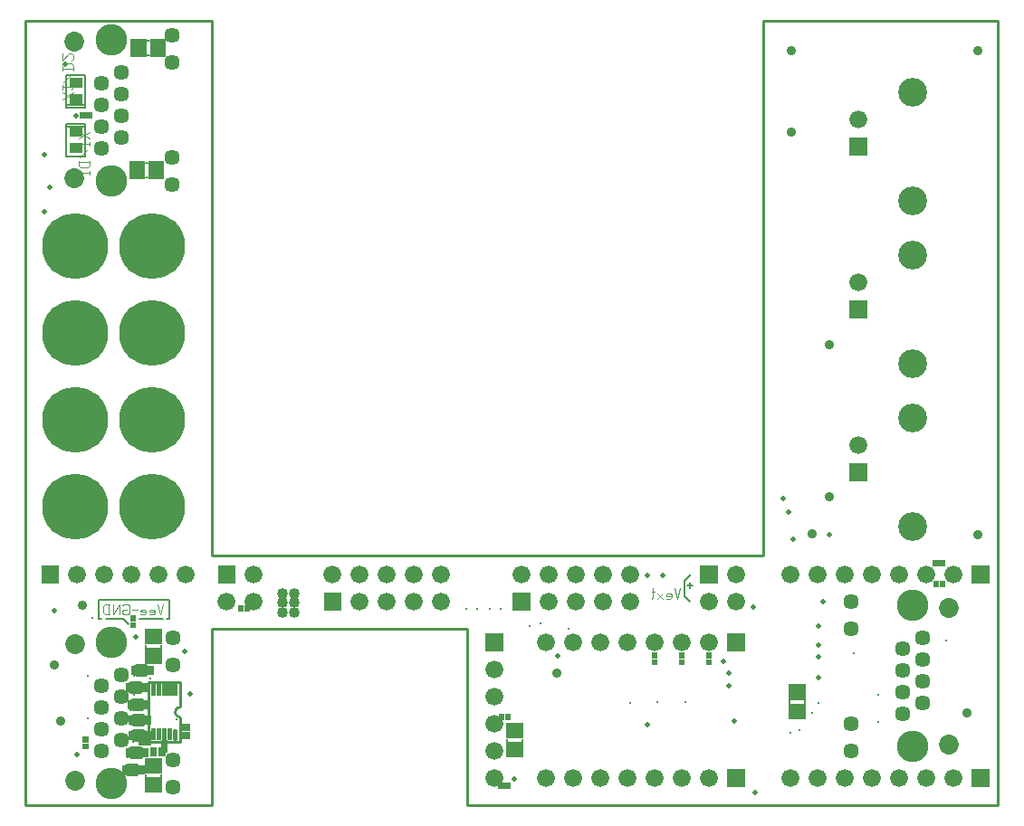
<source format=gbr>
G04 This is an RS-274x file exported by *
G04 gerbv version 2.7.0 *
G04 More information is available about gerbv at *
G04 http://gerbv.geda-project.org/ *
G04 --End of header info--*
%MOIN*%
%FSLAX36Y36*%
%IPPOS*%
G04 --Define apertures--*
%ADD10C,0.0060*%
%ADD11C,0.0040*%
%ADD12C,0.0038*%
%ADD13C,0.0080*%
%ADD14C,0.0100*%
%ADD15C,0.0001*%
%ADD16C,0.0660*%
%ADD17C,0.1060*%
%ADD18C,0.0572*%
%ADD19C,0.2422*%
%ADD20C,0.0729*%
%ADD21C,0.1162*%
%ADD22C,0.0400*%
%ADD23C,0.0200*%
%ADD24C,0.0180*%
%ADD25C,0.0350*%
%ADD26C,0.0810*%
%ADD27C,0.1870*%
%ADD28C,0.0380*%
%ADD29C,0.0510*%
%ADD30C,0.0940*%
%ADD31C,0.0130*%
G04 --Start main section--*
G54D10*
G01X0520000Y0834690D02*
G01X0455000Y0834690D01*
G01X0430000Y0834690D02*
G01X0440000Y0834690D01*
G01X2605000Y0969690D02*
G01X2605000Y0949690D01*
G01X2615000Y0959690D02*
G01X2595000Y0959690D01*
G01X2585000Y0919690D02*
G01X2605000Y0899690D01*
G01X2585000Y0974690D02*
G01X2585000Y0919690D01*
G01X2610000Y0999690D02*
G01X2585000Y0974690D01*
G01X0430000Y0904690D02*
G01X0430000Y0834690D01*
G01X0690000Y0834690D02*
G01X0680000Y0834690D01*
G01X0665000Y0834690D02*
G01X0580000Y0834690D01*
G01X0430000Y0904690D02*
G01X0690000Y0904690D01*
G01X0690000Y0904690D02*
G01X0690000Y0834690D01*
G01X0540000Y0814690D02*
G01X0520000Y0834690D01*
G54D11*
G01X2570000Y0949690D02*
G01X2560000Y0909690D01*
G01X2560000Y0909690D02*
G01X2550000Y0949690D01*
G01X2518000Y0909690D02*
G01X2533000Y0909690D01*
G01X2538000Y0914690D02*
G01X2533000Y0909690D01*
G01X2538000Y0914690D02*
G01X2538000Y0924690D01*
G01X2538000Y0924690D02*
G01X2533000Y0929690D01*
G01X2523000Y0929690D02*
G01X2533000Y0929690D01*
G01X2523000Y0929690D02*
G01X2518000Y0924690D01*
G01X2518000Y0919690D02*
G01X2538000Y0919690D01*
G01X2518000Y0919690D02*
G01X2518000Y0924690D01*
G01X2506000Y0929690D02*
G01X2486000Y0909690D01*
G01X2506000Y0909690D02*
G01X2486000Y0929690D01*
G01X2469000Y0914690D02*
G01X2469000Y0949690D01*
G01X2469000Y0914690D02*
G01X2464000Y0909690D01*
G01X2464000Y0934690D02*
G01X2474000Y0934690D01*
G54D12*
G01X0665000Y0889990D02*
G01X0655300Y0851190D01*
G01X0655300Y0851190D02*
G01X0645600Y0889990D01*
G01X0614560Y0851190D02*
G01X0629110Y0851190D01*
G01X0633960Y0856040D02*
G01X0629110Y0851190D01*
G01X0633960Y0856040D02*
G01X0633960Y0865740D01*
G01X0633960Y0865740D02*
G01X0629110Y0870590D01*
G01X0619410Y0870590D02*
G01X0629110Y0870590D01*
G01X0619410Y0870590D02*
G01X0614560Y0865740D01*
G01X0614560Y0860890D02*
G01X0633960Y0860890D01*
G01X0614560Y0860890D02*
G01X0614560Y0865740D01*
G01X0583520Y0851190D02*
G01X0598070Y0851190D01*
G01X0602920Y0856040D02*
G01X0598070Y0851190D01*
G01X0602920Y0856040D02*
G01X0602920Y0865740D01*
G01X0602920Y0865740D02*
G01X0598070Y0870590D01*
G01X0588370Y0870590D02*
G01X0598070Y0870590D01*
G01X0588370Y0870590D02*
G01X0583520Y0865740D01*
G01X0583520Y0860890D02*
G01X0602920Y0860890D01*
G01X0583520Y0860890D02*
G01X0583520Y0865740D01*
G01X0552480Y0870590D02*
G01X0571880Y0870590D01*
G01X0521440Y0889990D02*
G01X0516590Y0885140D01*
G01X0521440Y0889990D02*
G01X0535990Y0889990D01*
G01X0540840Y0885140D02*
G01X0535990Y0889990D01*
G01X0540840Y0856040D02*
G01X0540840Y0885140D01*
G01X0540840Y0856040D02*
G01X0535990Y0851190D01*
G01X0521440Y0851190D02*
G01X0535990Y0851190D01*
G01X0521440Y0851190D02*
G01X0516590Y0856040D01*
G01X0516590Y0856040D02*
G01X0516590Y0865740D01*
G01X0521440Y0870590D02*
G01X0516590Y0865740D01*
G01X0521440Y0870590D02*
G01X0531140Y0870590D01*
G01X0504950Y0851190D02*
G01X0504950Y0889990D01*
G01X0504950Y0889990D02*
G01X0480700Y0851190D01*
G01X0480700Y0851190D02*
G01X0480700Y0889990D01*
G01X0464210Y0851190D02*
G01X0464210Y0889990D01*
G01X0451600Y0889990D02*
G01X0444810Y0883200D01*
G01X0444810Y0857980D02*
G01X0444810Y0883200D01*
G01X0451600Y0851190D02*
G01X0444810Y0857980D01*
G01X0451600Y0851190D02*
G01X0469060Y0851190D01*
G01X0451600Y0889990D02*
G01X0469060Y0889990D01*
G54D13*
G01X3027550Y0534360D02*
G01X3027550Y0526500D01*
G01X2972450Y0534360D02*
G01X2972450Y0526500D01*
G01X0601500Y2462140D02*
G01X0609360Y2462140D01*
G01X0601500Y2517240D02*
G01X0609360Y2517240D01*
G01X0606500Y2912140D02*
G01X0614360Y2912140D01*
G01X0606500Y2967240D02*
G01X0614360Y2967240D01*
G01X0310000Y2660000D02*
G01X0380000Y2660000D01*
G01X0380000Y2660000D02*
G01X0380000Y2540000D01*
G01X0310000Y2540000D02*
G01X0380000Y2540000D01*
G01X0310000Y2660000D02*
G01X0310000Y2540000D01*
G01X0310000Y2650000D02*
G01X0380000Y2650000D01*
G01X0310000Y2720000D02*
G01X0380000Y2720000D01*
G01X0310000Y2840000D02*
G01X0310000Y2720000D01*
G01X0310000Y2840000D02*
G01X0380000Y2840000D01*
G01X0380000Y2840000D02*
G01X0380000Y2720000D01*
G01X0310000Y2730000D02*
G01X0380000Y2730000D01*
G01X0657550Y0738620D02*
G01X0657550Y0730760D01*
G01X0602450Y0738620D02*
G01X0602450Y0730760D01*
G54D10*
G01X0549000Y0323000D02*
G01X0541000Y0331000D01*
G01X0549000Y0323000D02*
G01X0584000Y0323000D01*
G01X0591000Y0330000D02*
G01X0584000Y0323000D01*
G01X0583000Y0363000D02*
G01X0590000Y0356000D01*
G01X0548000Y0363000D02*
G01X0583000Y0363000D01*
G01X0541000Y0356000D02*
G01X0548000Y0363000D01*
G54D14*
G01X0729000Y0473000D02*
G01X0729000Y0381000D01*
G01X0729000Y0604000D02*
G01X0729000Y0511000D01*
G01X0611000Y0604000D02*
G01X0729000Y0604000D01*
G01X0611000Y0604000D02*
G01X0611000Y0381000D01*
G01X0611000Y0381000D02*
G01X0729000Y0381000D01*
G01X0729000Y0511000D02*
G75*
G03X0729000Y0473000I0000000J-019000D01*
G54D10*
G01X0558500Y0386000D02*
G01X0550500Y0394000D01*
G01X0558500Y0386000D02*
G01X0593500Y0386000D01*
G01X0600500Y0393000D02*
G01X0593500Y0386000D01*
G01X0592500Y0426000D02*
G01X0599500Y0419000D01*
G01X0557500Y0426000D02*
G01X0592500Y0426000D01*
G01X0550500Y0419000D02*
G01X0557500Y0426000D01*
G01X0534000Y0259000D02*
G01X0526000Y0267000D01*
G01X0534000Y0259000D02*
G01X0569000Y0259000D01*
G01X0576000Y0266000D02*
G01X0569000Y0259000D01*
G01X0568000Y0299000D02*
G01X0575000Y0292000D01*
G01X0533000Y0299000D02*
G01X0568000Y0299000D01*
G01X0526000Y0292000D02*
G01X0533000Y0299000D01*
G54D13*
G01X0602450Y0263190D02*
G01X0602450Y0255330D01*
G01X0657550Y0263190D02*
G01X0657550Y0255330D01*
G54D10*
G01X0567500Y0626000D02*
G01X0559500Y0634000D01*
G01X0567500Y0626000D02*
G01X0602500Y0626000D01*
G01X0609500Y0633000D02*
G01X0602500Y0626000D01*
G01X0601500Y0666000D02*
G01X0608500Y0659000D01*
G01X0566500Y0666000D02*
G01X0601500Y0666000D01*
G01X0559500Y0659000D02*
G01X0566500Y0666000D01*
G01X0547500Y0563000D02*
G01X0539500Y0571000D01*
G01X0547500Y0563000D02*
G01X0582500Y0563000D01*
G01X0589500Y0570000D02*
G01X0582500Y0563000D01*
G01X0581500Y0603000D02*
G01X0588500Y0596000D01*
G01X0546500Y0603000D02*
G01X0581500Y0603000D01*
G01X0539500Y0596000D02*
G01X0546500Y0603000D01*
G01X0554000Y0498000D02*
G01X0546000Y0506000D01*
G01X0554000Y0498000D02*
G01X0589000Y0498000D01*
G01X0596000Y0505000D02*
G01X0589000Y0498000D01*
G01X0588000Y0538000D02*
G01X0595000Y0531000D01*
G01X0553000Y0538000D02*
G01X0588000Y0538000D01*
G01X0546000Y0531000D02*
G01X0553000Y0538000D01*
G01X0557500Y0443000D02*
G01X0549500Y0451000D01*
G01X0557500Y0443000D02*
G01X0592500Y0443000D01*
G01X0599500Y0450000D02*
G01X0592500Y0443000D01*
G01X0591500Y0483000D02*
G01X0598500Y0476000D01*
G01X0556500Y0483000D02*
G01X0591500Y0483000D01*
G01X0549500Y0476000D02*
G01X0556500Y0483000D01*
G54D13*
G01X1987550Y0393500D02*
G01X1987550Y0385640D01*
G01X1932450Y0393500D02*
G01X1932450Y0385640D01*
G54D11*
G01X0395000Y2630000D02*
G01X0355000Y2605000D01*
G01X0355000Y2630000D02*
G01X0395000Y2605000D01*
G01X0363000Y2593000D02*
G01X0355000Y2585000D01*
G01X0355000Y2585000D02*
G01X0395000Y2585000D01*
G01X0395000Y2578000D02*
G01X0395000Y2593000D01*
G01X0390000Y2566000D02*
G01X0360000Y2536000D01*
G01X0355000Y2519000D02*
G01X0395000Y2519000D01*
G01X0355000Y2506000D02*
G01X0362000Y2499000D01*
G01X0362000Y2499000D02*
G01X0388000Y2499000D01*
G01X0395000Y2506000D02*
G01X0388000Y2499000D01*
G01X0395000Y2506000D02*
G01X0395000Y2524000D01*
G01X0355000Y2506000D02*
G01X0355000Y2524000D01*
G01X0363000Y2487000D02*
G01X0355000Y2479000D01*
G01X0355000Y2479000D02*
G01X0395000Y2479000D01*
G01X0395000Y2472000D02*
G01X0395000Y2487000D01*
G01X0295000Y2750000D02*
G01X0335000Y2775000D01*
G01X0335000Y2750000D02*
G01X0295000Y2775000D01*
G01X0327000Y2787000D02*
G01X0335000Y2795000D01*
G01X0295000Y2795000D02*
G01X0335000Y2795000D01*
G01X0295000Y2787000D02*
G01X0295000Y2802000D01*
G01X0300000Y2814000D02*
G01X0330000Y2844000D01*
G01X0295000Y2861000D02*
G01X0335000Y2861000D01*
G01X0335000Y2874000D02*
G01X0328000Y2881000D01*
G01X0302000Y2881000D02*
G01X0328000Y2881000D01*
G01X0295000Y2874000D02*
G01X0302000Y2881000D01*
G01X0295000Y2856000D02*
G01X0295000Y2874000D01*
G01X0335000Y2856000D02*
G01X0335000Y2874000D01*
G01X0330000Y2893000D02*
G01X0335000Y2898000D01*
G01X0335000Y2898000D02*
G01X0335000Y2913000D01*
G01X0335000Y2913000D02*
G01X0330000Y2918000D01*
G01X0320000Y2918000D02*
G01X0330000Y2918000D01*
G01X0295000Y2893000D02*
G01X0320000Y2918000D01*
G01X0295000Y2893000D02*
G01X0295000Y2918000D01*
G01X0000000Y0000000D02*
G54D14*
G01X2875000Y3040000D02*
G01X2875000Y1070000D01*
G01X3740000Y3040000D02*
G01X2875000Y3040000D01*
G01X3740000Y0150000D02*
G01X3740000Y3040000D01*
G01X1785000Y0800000D02*
G01X1785000Y0150000D01*
G01X0845000Y0800000D02*
G01X1785000Y0800000D01*
G01X0845000Y0150000D02*
G01X0845000Y0800000D01*
G01X3740000Y0150000D02*
G01X1785000Y0150000D01*
G01X0845000Y1070000D02*
G01X2875000Y1070000D01*
G01X0160000Y3040000D02*
G01X0845000Y3040000D01*
G01X0845000Y1070000D02*
G01X0845000Y3040000D01*
G01X0160000Y3040000D02*
G01X0160000Y0150000D01*
G01X0160000Y0150000D02*
G01X0845000Y0150000D01*
G01X0000000Y0000000D02*
G54D15*
G36*
G01X3192000Y1408000D02*
G01X3192000Y1342000D01*
G01X3258000Y1342000D01*
G01X3258000Y1408000D01*
G01X3192000Y1408000D01*
G37*
G54D16*
G01X3225000Y1475000D03*
G54D17*
G01X3425000Y1575000D03*
G01X3425000Y1175000D03*
G54D15*
G36*
G01X3192000Y2008000D02*
G01X3192000Y1942000D01*
G01X3258000Y1942000D01*
G01X3258000Y2008000D01*
G01X3192000Y2008000D01*
G37*
G54D16*
G01X3225000Y2075000D03*
G54D17*
G01X3425000Y2175000D03*
G01X3425000Y2775000D03*
G01X3425000Y2375000D03*
G01X3425000Y1775000D03*
G54D15*
G36*
G01X3192000Y2608000D02*
G01X3192000Y2542000D01*
G01X3258000Y2542000D01*
G01X3258000Y2608000D01*
G01X3192000Y2608000D01*
G37*
G54D16*
G01X3225000Y2675000D03*
G54D18*
G01X0699800Y2885040D03*
G01X0699800Y2985430D03*
G01X0700240Y0665430D03*
G01X0700240Y0765830D03*
G54D19*
G01X0341540Y1890000D03*
G01X0625000Y1890000D03*
G01X0341540Y1570000D03*
G01X0625000Y1570000D03*
G54D16*
G01X0350000Y1000000D03*
G01X0450000Y1000000D03*
G01X0550000Y1000000D03*
G01X0650000Y1000000D03*
G54D20*
G01X0340390Y0742200D03*
G54D21*
G01X0475430Y0230390D03*
G54D18*
G01X0700240Y0214650D03*
G01X0700240Y0315040D03*
G01X0440000Y0510310D03*
G01X0510870Y0470160D03*
G01X0510870Y0550470D03*
G01X0440000Y0590630D03*
G01X0510870Y0630790D03*
G01X0440000Y0430000D03*
G01X0440000Y0349690D03*
G01X0510870Y0389840D03*
G54D20*
G01X0340390Y0238270D03*
G54D16*
G01X1885000Y0250000D03*
G54D15*
G36*
G01X1852000Y0783000D02*
G01X1852000Y0717000D01*
G01X1918000Y0717000D01*
G01X1918000Y0783000D01*
G01X1852000Y0783000D01*
G37*
G54D16*
G01X1885000Y0650000D03*
G01X1885000Y0550000D03*
G01X1885000Y0450000D03*
G01X1885000Y0350000D03*
G01X1290000Y1000000D03*
G01X0750000Y1000000D03*
G54D15*
G36*
G01X0867000Y1033000D02*
G01X0867000Y0967000D01*
G01X0933000Y0967000D01*
G01X0933000Y1033000D01*
G01X0867000Y1033000D01*
G37*
G54D16*
G01X1000000Y1000000D03*
G54D15*
G36*
G01X1257000Y0933000D02*
G01X1257000Y0867000D01*
G01X1323000Y0867000D01*
G01X1323000Y0933000D01*
G01X1257000Y0933000D01*
G37*
G54D16*
G01X1390000Y0900000D03*
G01X0900000Y0900000D03*
G01X1000000Y0900000D03*
G01X1390000Y1000000D03*
G01X1490000Y1000000D03*
G01X1590000Y1000000D03*
G01X1690000Y1000000D03*
G01X1490000Y0900000D03*
G01X1590000Y0900000D03*
G01X1690000Y0900000D03*
G54D21*
G01X0475430Y0750080D03*
G54D19*
G01X0341540Y1250000D03*
G01X0625000Y1250000D03*
G54D15*
G36*
G01X0217000Y1033000D02*
G01X0217000Y0967000D01*
G01X0283000Y0967000D01*
G01X0283000Y1033000D01*
G01X0217000Y1033000D01*
G37*
G54D21*
G01X0475000Y2450000D03*
G54D18*
G01X0699800Y2434250D03*
G01X0699800Y2534650D03*
G54D21*
G01X0475000Y2969690D03*
G54D20*
G01X0339960Y2961810D03*
G01X0339960Y2457870D03*
G54D18*
G01X0439570Y2729920D03*
G01X0439570Y2810240D03*
G01X0439570Y2649610D03*
G01X0439570Y2569290D03*
G01X0510430Y2689760D03*
G01X0510430Y2770080D03*
G01X0510430Y2850390D03*
G01X0510430Y2609450D03*
G54D19*
G01X0341540Y2210000D03*
G01X0625000Y2210000D03*
G54D20*
G01X3560040Y0876970D03*
G54D21*
G01X3425000Y0884840D03*
G54D18*
G01X3460430Y0604920D03*
G01X3460430Y0685240D03*
G01X3460430Y0765550D03*
G01X3200200Y0449800D03*
G01X3200200Y0349410D03*
G54D20*
G01X3560040Y0373030D03*
G54D21*
G01X3425000Y0365160D03*
G54D18*
G01X3460430Y0524610D03*
G01X3389570Y0645080D03*
G01X3389570Y0725390D03*
G01X3200200Y0900590D03*
G01X3200200Y0800200D03*
G01X3389570Y0564760D03*
G01X3389570Y0484450D03*
G54D15*
G36*
G01X2742000Y0783000D02*
G01X2742000Y0717000D01*
G01X2808000Y0717000D01*
G01X2808000Y0783000D01*
G01X2742000Y0783000D01*
G37*
G54D16*
G01X2675000Y0750000D03*
G01X2775000Y0900000D03*
G01X2575000Y0750000D03*
G01X2475000Y0750000D03*
G54D15*
G36*
G01X2642000Y1033000D02*
G01X2642000Y0967000D01*
G01X2708000Y0967000D01*
G01X2708000Y1033000D01*
G01X2642000Y1033000D01*
G37*
G54D16*
G01X2675000Y0900000D03*
G01X2775000Y1000000D03*
G54D15*
G36*
G01X2742000Y0283000D02*
G01X2742000Y0217000D01*
G01X2808000Y0217000D01*
G01X2808000Y0283000D01*
G01X2742000Y0283000D01*
G37*
G54D16*
G01X2675000Y0250000D03*
G01X2575000Y0250000D03*
G01X2475000Y0250000D03*
G01X2375000Y0250000D03*
G01X2275000Y0250000D03*
G01X2175000Y0250000D03*
G01X2075000Y0250000D03*
G54D15*
G36*
G01X3642000Y1033000D02*
G01X3642000Y0967000D01*
G01X3708000Y0967000D01*
G01X3708000Y1033000D01*
G01X3642000Y1033000D01*
G37*
G54D16*
G01X3575000Y1000000D03*
G01X3475000Y1000000D03*
G01X3375000Y1000000D03*
G01X3275000Y1000000D03*
G01X3175000Y1000000D03*
G01X3075000Y1000000D03*
G01X2975000Y1000000D03*
G54D15*
G36*
G01X3642000Y0283000D02*
G01X3642000Y0217000D01*
G01X3708000Y0217000D01*
G01X3708000Y0283000D01*
G01X3642000Y0283000D01*
G37*
G54D16*
G01X3575000Y0250000D03*
G01X3475000Y0250000D03*
G01X3375000Y0250000D03*
G01X3275000Y0250000D03*
G01X3175000Y0250000D03*
G01X3075000Y0250000D03*
G01X2975000Y0250000D03*
G01X2375000Y0750000D03*
G01X2385000Y0900000D03*
G01X2385000Y1000000D03*
G01X2275000Y0750000D03*
G01X2285000Y0900000D03*
G01X2285000Y1000000D03*
G01X2175000Y0750000D03*
G01X2185000Y0900000D03*
G01X2185000Y1000000D03*
G01X2075000Y0750000D03*
G01X2085000Y0900000D03*
G01X2085000Y1000000D03*
G54D15*
G36*
G01X1952000Y0933000D02*
G01X1952000Y0867000D01*
G01X2018000Y0867000D01*
G01X2018000Y0933000D01*
G01X1952000Y0933000D01*
G37*
G54D16*
G01X1985000Y1000000D03*
G54D22*
G01X1105000Y0860000D03*
G01X1150000Y0860000D03*
G01X1150000Y0895000D03*
G01X1105000Y0895000D03*
G01X1105000Y0930000D03*
G01X1150000Y0930000D03*
G54D15*
G36*
G01X0597480Y0727850D02*
G01X0597480Y0670670D01*
G01X0662520Y0670670D01*
G01X0662520Y0727850D01*
G01X0597480Y0727850D01*
G37*
G36*
G01X0597480Y0798710D02*
G01X0597480Y0741530D01*
G01X0662520Y0741530D01*
G01X0662520Y0798710D01*
G01X0597480Y0798710D01*
G37*
G36*
G01X0544130Y0847680D02*
G01X0544130Y0825940D01*
G01X0565870Y0825940D01*
G01X0565870Y0847680D01*
G01X0544130Y0847680D01*
G37*
G36*
G01X0964130Y0885870D02*
G01X0964130Y0864130D01*
G01X0985870Y0864130D01*
G01X0985870Y0885870D01*
G01X0964130Y0885870D01*
G37*
G36*
G01X0940510Y0885870D02*
G01X0940510Y0864130D01*
G01X0962250Y0864130D01*
G01X0962250Y0885870D01*
G01X0940510Y0885870D01*
G37*
G36*
G01X0544130Y0824060D02*
G01X0544130Y0802320D01*
G01X0565870Y0802320D01*
G01X0565870Y0824060D01*
G01X0544130Y0824060D01*
G37*
G36*
G01X0679000Y0597000D02*
G01X0661000Y0597000D01*
G01X0661000Y0553000D01*
G01X0679000Y0553000D01*
G01X0679000Y0597000D01*
G37*
G36*
G01X0698000Y0597000D02*
G01X0680000Y0597000D01*
G01X0680000Y0553000D01*
G01X0698000Y0553000D01*
G01X0698000Y0597000D01*
G37*
G36*
G01X0718000Y0597000D02*
G01X0700000Y0597000D01*
G01X0700000Y0553000D01*
G01X0718000Y0553000D01*
G01X0718000Y0597000D01*
G37*
G36*
G01X0598590Y2522210D02*
G01X0541410Y2522210D01*
G01X0541410Y2457170D01*
G01X0598590Y2457170D01*
G01X0598590Y2522210D01*
G37*
G36*
G01X0669450Y2522210D02*
G01X0612270Y2522210D01*
G01X0612270Y2457170D01*
G01X0669450Y2457170D01*
G01X0669450Y2522210D01*
G37*
G36*
G01X0603590Y2972210D02*
G01X0546410Y2972210D01*
G01X0546410Y2907170D01*
G01X0603590Y2907170D01*
G01X0603590Y2972210D01*
G37*
G36*
G01X0674450Y2972210D02*
G01X0617270Y2972210D01*
G01X0617270Y2907170D01*
G01X0674450Y2907170D01*
G01X0674450Y2972210D01*
G37*
G36*
G01X0382750Y2700870D02*
G01X0382750Y2679130D01*
G01X0404490Y2679130D01*
G01X0404490Y2700870D01*
G01X0382750Y2700870D01*
G37*
G36*
G01X0359130Y2700870D02*
G01X0359130Y2679130D01*
G01X0380870Y2679130D01*
G01X0380870Y2700870D01*
G01X0359130Y2700870D01*
G37*
G36*
G01X0322000Y2648000D02*
G01X0322000Y2612000D01*
G01X0368000Y2612000D01*
G01X0368000Y2648000D01*
G01X0322000Y2648000D01*
G37*
G36*
G01X0322000Y2588000D02*
G01X0322000Y2552000D01*
G01X0368000Y2552000D01*
G01X0368000Y2588000D01*
G01X0322000Y2588000D01*
G37*
G36*
G01X0322000Y2768000D02*
G01X0322000Y2732000D01*
G01X0368000Y2732000D01*
G01X0368000Y2768000D01*
G01X0322000Y2768000D01*
G37*
G36*
G01X0322000Y2828000D02*
G01X0322000Y2792000D01*
G01X0368000Y2792000D01*
G01X0368000Y2828000D01*
G01X0322000Y2828000D01*
G37*
G54D23*
G01X0569500Y0633000D02*
G01X0599500Y0633000D01*
G01X0562500Y0640000D02*
G01X0569500Y0633000D01*
G54D15*
G36*
G01X0547500Y0650000D02*
G01X0547500Y0630000D01*
G01X0572500Y0630000D01*
G01X0572500Y0650000D01*
G01X0547500Y0650000D01*
G37*
G54D23*
G01X0572500Y0633000D02*
G01X0578500Y0639000D01*
G01X0578500Y0639000D02*
G01X0584500Y0633000D01*
G01X0599500Y0633000D02*
G01X0606500Y0640000D01*
G54D15*
G36*
G01X0596500Y0650000D02*
G01X0596500Y0630000D01*
G01X0631500Y0630000D01*
G01X0631500Y0650000D01*
G01X0596500Y0650000D01*
G37*
G54D23*
G01X0590500Y0639000D02*
G01X0596500Y0633000D01*
G01X0584500Y0633000D02*
G01X0590500Y0639000D01*
G01X0568500Y0659000D02*
G01X0599500Y0659000D01*
G01X0599500Y0659000D02*
G01X0605500Y0653000D01*
G54D15*
G36*
G01X0595500Y0663000D02*
G01X0595500Y0643000D01*
G01X0631500Y0643000D01*
G01X0631500Y0663000D01*
G01X0595500Y0663000D01*
G37*
G54D23*
G01X0590500Y0652000D02*
G01X0597500Y0659000D01*
G01X0562500Y0653000D02*
G01X0568500Y0659000D01*
G54D15*
G36*
G01X0547500Y0663000D02*
G01X0547500Y0643000D01*
G01X0572500Y0643000D01*
G01X0572500Y0663000D01*
G01X0547500Y0663000D01*
G37*
G54D23*
G01X0597500Y0659000D02*
G01X0599500Y0659000D01*
G01X0583500Y0659000D02*
G01X0590500Y0652000D01*
G01X0578500Y0652000D02*
G01X0585500Y0659000D01*
G01X0571500Y0659000D02*
G01X0578500Y0652000D01*
G01X0549500Y0570000D02*
G01X0579500Y0570000D01*
G01X0542500Y0577000D02*
G01X0549500Y0570000D01*
G54D15*
G36*
G01X0527500Y0587000D02*
G01X0527500Y0567000D01*
G01X0552500Y0567000D01*
G01X0552500Y0587000D01*
G01X0527500Y0587000D01*
G37*
G54D23*
G01X0552500Y0570000D02*
G01X0558500Y0576000D01*
G01X0558500Y0576000D02*
G01X0564500Y0570000D01*
G01X0579500Y0570000D02*
G01X0586500Y0577000D01*
G54D15*
G36*
G01X0576500Y0587000D02*
G01X0576500Y0567000D01*
G01X0611500Y0567000D01*
G01X0611500Y0587000D01*
G01X0576500Y0587000D01*
G37*
G54D23*
G01X0570500Y0576000D02*
G01X0576500Y0570000D01*
G01X0564500Y0570000D02*
G01X0570500Y0576000D01*
G01X0548500Y0596000D02*
G01X0579500Y0596000D01*
G01X0577500Y0596000D02*
G01X0579500Y0596000D01*
G01X0542500Y0590000D02*
G01X0548500Y0596000D01*
G54D15*
G36*
G01X0527500Y0600000D02*
G01X0527500Y0580000D01*
G01X0552500Y0580000D01*
G01X0552500Y0600000D01*
G01X0527500Y0600000D01*
G37*
G54D23*
G01X0579500Y0596000D02*
G01X0585500Y0590000D01*
G01X0570500Y0589000D02*
G01X0577500Y0596000D01*
G01X0563500Y0596000D02*
G01X0570500Y0589000D01*
G01X0558500Y0589000D02*
G01X0565500Y0596000D01*
G01X0551500Y0596000D02*
G01X0558500Y0589000D01*
G54D15*
G36*
G01X0575500Y0600000D02*
G01X0575500Y0580000D01*
G01X0611500Y0580000D01*
G01X0611500Y0600000D01*
G01X0575500Y0600000D01*
G37*
G36*
G01X0639000Y0597000D02*
G01X0621000Y0597000D01*
G01X0621000Y0553000D01*
G01X0639000Y0553000D01*
G01X0639000Y0597000D01*
G37*
G36*
G01X0659000Y0597000D02*
G01X0641000Y0597000D01*
G01X0641000Y0553000D01*
G01X0659000Y0553000D01*
G01X0659000Y0597000D01*
G37*
G36*
G01X1899130Y0230870D02*
G01X1899130Y0209130D01*
G01X1920870Y0209130D01*
G01X1920870Y0230870D01*
G01X1899130Y0230870D01*
G37*
G36*
G01X1922750Y0230870D02*
G01X1922750Y0209130D01*
G01X1944490Y0209130D01*
G01X1944490Y0230870D01*
G01X1922750Y0230870D01*
G37*
G36*
G01X1927480Y0382730D02*
G01X1927480Y0325550D01*
G01X1992520Y0325550D01*
G01X1992520Y0382730D01*
G01X1927480Y0382730D01*
G37*
G36*
G01X1927480Y0453590D02*
G01X1927480Y0396410D01*
G01X1992520Y0396410D01*
G01X1992520Y0453590D01*
G01X1927480Y0453590D01*
G37*
G36*
G01X1924130Y0485870D02*
G01X1924130Y0464130D01*
G01X1945870Y0464130D01*
G01X1945870Y0485870D01*
G01X1924130Y0485870D01*
G37*
G36*
G01X1900510Y0485870D02*
G01X1900510Y0464130D01*
G01X1922250Y0464130D01*
G01X1922250Y0485870D01*
G01X1900510Y0485870D01*
G37*
G36*
G01X2967480Y0523590D02*
G01X2967480Y0466410D01*
G01X3032520Y0466410D01*
G01X3032520Y0523590D01*
G01X2967480Y0523590D01*
G37*
G36*
G01X2967480Y0594450D02*
G01X2967480Y0537270D01*
G01X3032520Y0537270D01*
G01X3032520Y0594450D01*
G01X2967480Y0594450D01*
G37*
G36*
G01X3522750Y1050870D02*
G01X3522750Y1029130D01*
G01X3544490Y1029130D01*
G01X3544490Y1050870D01*
G01X3522750Y1050870D01*
G37*
G36*
G01X3499130Y1050870D02*
G01X3499130Y1029130D01*
G01X3520870Y1029130D01*
G01X3520870Y1050870D01*
G01X3499130Y1050870D01*
G37*
G36*
G01X3524130Y0975870D02*
G01X3524130Y0954130D01*
G01X3545870Y0954130D01*
G01X3545870Y0975870D01*
G01X3524130Y0975870D01*
G37*
G36*
G01X3500510Y0975870D02*
G01X3500510Y0954130D01*
G01X3522250Y0954130D01*
G01X3522250Y0975870D01*
G01X3500510Y0975870D01*
G37*
G36*
G01X2464130Y0687250D02*
G01X2464130Y0665510D01*
G01X2485870Y0665510D01*
G01X2485870Y0687250D01*
G01X2464130Y0687250D01*
G37*
G36*
G01X2464130Y0710870D02*
G01X2464130Y0689130D01*
G01X2485870Y0689130D01*
G01X2485870Y0710870D01*
G01X2464130Y0710870D01*
G37*
G36*
G01X2664130Y0687250D02*
G01X2664130Y0665510D01*
G01X2685870Y0665510D01*
G01X2685870Y0687250D01*
G01X2664130Y0687250D01*
G37*
G36*
G01X2664130Y0710870D02*
G01X2664130Y0689130D01*
G01X2685870Y0689130D01*
G01X2685870Y0710870D01*
G01X2664130Y0710870D01*
G37*
G36*
G01X2564130Y0687250D02*
G01X2564130Y0665510D01*
G01X2585870Y0665510D01*
G01X2585870Y0687250D01*
G01X2564130Y0687250D01*
G37*
G36*
G01X2564130Y0710870D02*
G01X2564130Y0689130D01*
G01X2585870Y0689130D01*
G01X2585870Y0710870D01*
G01X2564130Y0710870D01*
G37*
G36*
G01X0369130Y0400870D02*
G01X0369130Y0379130D01*
G01X0390870Y0379130D01*
G01X0390870Y0400870D01*
G01X0369130Y0400870D01*
G37*
G36*
G01X0369130Y0377250D02*
G01X0369130Y0355510D01*
G01X0390870Y0355510D01*
G01X0390870Y0377250D01*
G01X0369130Y0377250D01*
G37*
G54D23*
G01X0556000Y0505000D02*
G01X0586000Y0505000D01*
G01X0586000Y0505000D02*
G01X0593000Y0512000D01*
G01X0577000Y0511000D02*
G01X0583000Y0505000D01*
G01X0571000Y0505000D02*
G01X0577000Y0511000D01*
G54D15*
G36*
G01X0583000Y0522000D02*
G01X0583000Y0502000D01*
G01X0618000Y0502000D01*
G01X0618000Y0522000D01*
G01X0583000Y0522000D01*
G37*
G54D23*
G01X0549000Y0512000D02*
G01X0556000Y0505000D01*
G01X0559000Y0505000D02*
G01X0565000Y0511000D01*
G01X0565000Y0511000D02*
G01X0571000Y0505000D01*
G01X0558500Y0476000D02*
G01X0589500Y0476000D01*
G01X0587500Y0476000D02*
G01X0589500Y0476000D01*
G01X0552500Y0470000D02*
G01X0558500Y0476000D01*
G54D15*
G36*
G01X0537500Y0480000D02*
G01X0537500Y0460000D01*
G01X0562500Y0460000D01*
G01X0562500Y0480000D01*
G01X0537500Y0480000D01*
G37*
G54D23*
G01X0589500Y0476000D02*
G01X0595500Y0470000D01*
G54D15*
G36*
G01X0585500Y0480000D02*
G01X0585500Y0460000D01*
G01X0621500Y0460000D01*
G01X0621500Y0480000D01*
G01X0585500Y0480000D01*
G37*
G54D23*
G01X0580500Y0469000D02*
G01X0587500Y0476000D01*
G01X0573500Y0476000D02*
G01X0580500Y0469000D01*
G01X0568500Y0469000D02*
G01X0575500Y0476000D01*
G01X0561500Y0476000D02*
G01X0568500Y0469000D01*
G54D15*
G36*
G01X0534000Y0522000D02*
G01X0534000Y0502000D01*
G01X0559000Y0502000D01*
G01X0559000Y0522000D01*
G01X0534000Y0522000D01*
G37*
G54D23*
G01X0586000Y0531000D02*
G01X0592000Y0525000D01*
G54D15*
G36*
G01X0582000Y0535000D02*
G01X0582000Y0515000D01*
G01X0618000Y0515000D01*
G01X0618000Y0535000D01*
G01X0582000Y0535000D01*
G37*
G54D23*
G01X0577000Y0524000D02*
G01X0584000Y0531000D01*
G01X0584000Y0531000D02*
G01X0586000Y0531000D01*
G01X0549000Y0525000D02*
G01X0555000Y0531000D01*
G54D15*
G36*
G01X0534000Y0535000D02*
G01X0534000Y0515000D01*
G01X0559000Y0515000D01*
G01X0559000Y0535000D01*
G01X0534000Y0535000D01*
G37*
G54D23*
G01X0555000Y0531000D02*
G01X0586000Y0531000D01*
G01X0570000Y0531000D02*
G01X0577000Y0524000D01*
G01X0565000Y0524000D02*
G01X0572000Y0531000D01*
G01X0558000Y0531000D02*
G01X0565000Y0524000D01*
G01X0559500Y0450000D02*
G01X0589500Y0450000D01*
G01X0552500Y0457000D02*
G01X0559500Y0450000D01*
G54D15*
G36*
G01X0537500Y0467000D02*
G01X0537500Y0447000D01*
G01X0562500Y0447000D01*
G01X0562500Y0467000D01*
G01X0537500Y0467000D01*
G37*
G54D23*
G01X0562500Y0450000D02*
G01X0568500Y0456000D01*
G01X0568500Y0456000D02*
G01X0574500Y0450000D01*
G01X0589500Y0450000D02*
G01X0596500Y0457000D01*
G54D15*
G36*
G01X0586500Y0467000D02*
G01X0586500Y0447000D01*
G01X0621500Y0447000D01*
G01X0621500Y0467000D01*
G01X0586500Y0467000D01*
G37*
G54D23*
G01X0580500Y0456000D02*
G01X0586500Y0450000D01*
G01X0574500Y0450000D02*
G01X0580500Y0456000D01*
G01X0560500Y0393000D02*
G01X0590500Y0393000D01*
G01X0581500Y0399000D02*
G01X0587500Y0393000D01*
G01X0575500Y0393000D02*
G01X0581500Y0399000D01*
G01X0569500Y0399000D02*
G01X0575500Y0393000D01*
G01X0590500Y0393000D02*
G01X0597500Y0400000D01*
G01X0553500Y0400000D02*
G01X0560500Y0393000D01*
G54D15*
G36*
G01X0538500Y0410000D02*
G01X0538500Y0390000D01*
G01X0563500Y0390000D01*
G01X0563500Y0410000D01*
G01X0538500Y0410000D01*
G37*
G54D23*
G01X0563500Y0393000D02*
G01X0569500Y0399000D01*
G01X0553500Y0413000D02*
G01X0559500Y0419000D01*
G54D15*
G36*
G01X0538500Y0423000D02*
G01X0538500Y0403000D01*
G01X0563500Y0403000D01*
G01X0563500Y0423000D01*
G01X0538500Y0423000D01*
G37*
G54D23*
G01X0590500Y0419000D02*
G01X0596500Y0413000D01*
G01X0581500Y0412000D02*
G01X0588500Y0419000D01*
G01X0588500Y0419000D02*
G01X0590500Y0419000D01*
G01X0559500Y0419000D02*
G01X0590500Y0419000D01*
G01X0574500Y0419000D02*
G01X0581500Y0412000D01*
G01X0569500Y0412000D02*
G01X0576500Y0419000D01*
G01X0562500Y0419000D02*
G01X0569500Y0412000D01*
G54D15*
G36*
G01X0733230Y0417840D02*
G01X0733230Y0392160D01*
G01X0766770Y0392160D01*
G01X0766770Y0417840D01*
G01X0733230Y0417840D01*
G37*
G36*
G01X0733230Y0449320D02*
G01X0733230Y0423640D01*
G01X0766770Y0423640D01*
G01X0766770Y0449320D01*
G01X0733230Y0449320D01*
G37*
G54D24*
G01X0710000Y0423000D02*
G01X0710000Y0397000D01*
G54D15*
G36*
G01X0699000Y0432000D02*
G01X0681000Y0432000D01*
G01X0681000Y0388000D01*
G01X0699000Y0388000D01*
G01X0699000Y0432000D01*
G37*
G36*
G01X0659130Y0388550D02*
G01X0659130Y0366810D01*
G01X0680870Y0366810D01*
G01X0680870Y0388550D01*
G01X0659130Y0388550D01*
G37*
G36*
G01X0659130Y0364930D02*
G01X0659130Y0343190D01*
G01X0680870Y0343190D01*
G01X0680870Y0364930D01*
G01X0659130Y0364930D01*
G37*
G36*
G01X0599130Y0390870D02*
G01X0599130Y0369130D01*
G01X0620870Y0369130D01*
G01X0620870Y0390870D01*
G01X0599130Y0390870D01*
G37*
G36*
G01X0674320Y0361460D02*
G01X0648640Y0361460D01*
G01X0648640Y0327920D01*
G01X0674320Y0327920D01*
G01X0674320Y0361460D01*
G37*
G36*
G01X0642840Y0361460D02*
G01X0617160Y0361460D01*
G01X0617160Y0327920D01*
G01X0642840Y0327920D01*
G01X0642840Y0361460D01*
G37*
G36*
G01X0597480Y0323280D02*
G01X0597480Y0266100D01*
G01X0662520Y0266100D01*
G01X0662520Y0323280D01*
G01X0597480Y0323280D01*
G37*
G36*
G01X0597480Y0252420D02*
G01X0597480Y0195240D01*
G01X0662520Y0195240D01*
G01X0662520Y0252420D01*
G01X0597480Y0252420D01*
G37*
G36*
G01X0575510Y0390870D02*
G01X0575510Y0369130D01*
G01X0597250Y0369130D01*
G01X0597250Y0390870D01*
G01X0575510Y0390870D01*
G37*
G54D23*
G01X0551000Y0330000D02*
G01X0581000Y0330000D01*
G01X0544000Y0337000D02*
G01X0551000Y0330000D01*
G54D15*
G36*
G01X0529000Y0347000D02*
G01X0529000Y0327000D01*
G01X0554000Y0327000D01*
G01X0554000Y0347000D01*
G01X0529000Y0347000D01*
G37*
G54D23*
G01X0554000Y0330000D02*
G01X0560000Y0336000D01*
G01X0560000Y0336000D02*
G01X0566000Y0330000D01*
G01X0581000Y0330000D02*
G01X0588000Y0337000D01*
G54D15*
G36*
G01X0578000Y0347000D02*
G01X0578000Y0327000D01*
G01X0613000Y0327000D01*
G01X0613000Y0347000D01*
G01X0578000Y0347000D01*
G37*
G54D23*
G01X0572000Y0336000D02*
G01X0578000Y0330000D01*
G01X0566000Y0330000D02*
G01X0572000Y0336000D01*
G01X0550000Y0356000D02*
G01X0581000Y0356000D01*
G01X0544000Y0350000D02*
G01X0550000Y0356000D01*
G54D15*
G36*
G01X0529000Y0360000D02*
G01X0529000Y0340000D01*
G01X0554000Y0340000D01*
G01X0554000Y0360000D01*
G01X0529000Y0360000D01*
G37*
G54D23*
G01X0560000Y0349000D02*
G01X0567000Y0356000D01*
G01X0553000Y0356000D02*
G01X0560000Y0349000D01*
G01X0581000Y0356000D02*
G01X0587000Y0350000D01*
G54D15*
G36*
G01X0577000Y0360000D02*
G01X0577000Y0340000D01*
G01X0613000Y0340000D01*
G01X0613000Y0360000D01*
G01X0577000Y0360000D01*
G37*
G54D23*
G01X0572000Y0349000D02*
G01X0579000Y0356000D01*
G01X0579000Y0356000D02*
G01X0581000Y0356000D01*
G01X0565000Y0356000D02*
G01X0572000Y0349000D01*
G54D15*
G36*
G01X0679000Y0432000D02*
G01X0661000Y0432000D01*
G01X0661000Y0388000D01*
G01X0679000Y0388000D01*
G01X0679000Y0432000D01*
G37*
G36*
G01X0660000Y0432000D02*
G01X0642000Y0432000D01*
G01X0642000Y0388000D01*
G01X0660000Y0388000D01*
G01X0660000Y0432000D01*
G37*
G36*
G01X0640000Y0432000D02*
G01X0622000Y0432000D01*
G01X0622000Y0388000D01*
G01X0640000Y0388000D01*
G01X0640000Y0432000D01*
G37*
G36*
G01X0587500Y0410000D02*
G01X0587500Y0390000D01*
G01X0622500Y0390000D01*
G01X0622500Y0410000D01*
G01X0587500Y0410000D01*
G37*
G36*
G01X0586500Y0423000D02*
G01X0586500Y0403000D01*
G01X0622500Y0403000D01*
G01X0622500Y0423000D01*
G01X0586500Y0423000D01*
G37*
G54D23*
G01X0536000Y0266000D02*
G01X0566000Y0266000D01*
G01X0529000Y0273000D02*
G01X0536000Y0266000D01*
G01X0557000Y0272000D02*
G01X0563000Y0266000D01*
G01X0551000Y0266000D02*
G01X0557000Y0272000D01*
G01X0539000Y0266000D02*
G01X0545000Y0272000D01*
G01X0545000Y0272000D02*
G01X0551000Y0266000D01*
G54D15*
G36*
G01X0514000Y0283000D02*
G01X0514000Y0263000D01*
G01X0539000Y0263000D01*
G01X0539000Y0283000D01*
G01X0514000Y0283000D01*
G37*
G54D23*
G01X0529000Y0286000D02*
G01X0535000Y0292000D01*
G54D15*
G36*
G01X0514000Y0296000D02*
G01X0514000Y0276000D01*
G01X0539000Y0276000D01*
G01X0539000Y0296000D01*
G01X0514000Y0296000D01*
G37*
G54D23*
G01X0538000Y0292000D02*
G01X0545000Y0285000D01*
G01X0566000Y0266000D02*
G01X0573000Y0273000D01*
G54D15*
G36*
G01X0563000Y0283000D02*
G01X0563000Y0263000D01*
G01X0598000Y0263000D01*
G01X0598000Y0283000D01*
G01X0563000Y0283000D01*
G37*
G54D23*
G01X0566000Y0292000D02*
G01X0572000Y0286000D01*
G54D15*
G36*
G01X0562000Y0296000D02*
G01X0562000Y0276000D01*
G01X0598000Y0276000D01*
G01X0598000Y0296000D01*
G01X0562000Y0296000D01*
G37*
G54D23*
G01X0557000Y0285000D02*
G01X0564000Y0292000D01*
G01X0564000Y0292000D02*
G01X0566000Y0292000D01*
G01X0535000Y0292000D02*
G01X0566000Y0292000D01*
G01X0550000Y0292000D02*
G01X0557000Y0285000D01*
G01X0545000Y0285000D02*
G01X0552000Y0292000D01*
G01X0000000Y0000000D02*
G54D31*
G01X0390000Y0624700D03*
G01X0390000Y0469700D03*
G01X0405000Y0839700D03*
G01X0535000Y0325000D03*
G01X0545000Y0500000D03*
G01X0550000Y0445000D03*
G01X0556000Y0383000D03*
G01X0557000Y0555000D03*
G01X0560000Y0625000D03*
G01X0620000Y0615000D03*
G01X0715000Y0465000D03*
G01X1105000Y0930000D03*
G01X1105000Y0895000D03*
G01X1105000Y0860000D03*
G01X1150000Y0930000D03*
G01X1150000Y0895000D03*
G01X1150000Y0860000D03*
G01X1783000Y0872000D03*
G01X1822000Y0872000D03*
G01X1870000Y0872000D03*
G01X1909000Y0872000D03*
G01X2015000Y0810000D03*
G01X2055000Y0820000D03*
G01X2160000Y0800000D03*
G01X2385000Y0524700D03*
G01X2485000Y0529700D03*
G01X2590000Y0529700D03*
G01X2975000Y0415000D03*
G01X3010000Y0425000D03*
G01X3055000Y0490000D03*
G01X3080000Y0525000D03*
G01X3210000Y0710000D03*
G01X3300000Y0555000D03*
G01X3300000Y0455000D03*
G01X3550000Y0755000D03*
G54D23*
G01X0230000Y2545000D03*
G01X0230000Y2335000D03*
G01X0250000Y2425000D03*
G01X0265000Y0865000D03*
G01X0305000Y2880000D03*
G01X0345000Y2690000D03*
G01X0350000Y0334700D03*
G01X0565000Y0769700D03*
G01X0630000Y0699300D03*
G01X0746000Y0716000D03*
G01X0764000Y0558000D03*
G01X1960000Y0354100D03*
G01X1960000Y0245000D03*
G01X2120000Y0700000D03*
G01X2450000Y0995000D03*
G01X2450000Y0444700D03*
G01X2505000Y0995000D03*
G01X2730000Y0679700D03*
G01X2750000Y0635000D03*
G01X2750000Y0590000D03*
G01X2770000Y0460000D03*
G01X2840000Y0880000D03*
G01X2845000Y0195000D03*
G01X2950000Y1280000D03*
G01X2970000Y1230000D03*
G01X2985000Y1130000D03*
G01X3080000Y0810000D03*
G01X3080000Y0740000D03*
G01X3080000Y0695000D03*
G01X3080000Y0620000D03*
G01X3095000Y0900000D03*
G01X3120000Y1145000D03*
G54D25*
G01X0265000Y0665000D03*
G01X0290000Y0459700D03*
G01X0370000Y0885000D03*
G01X2115000Y0634700D03*
G01X2980000Y2929700D03*
G01X2980000Y2629700D03*
G01X3055000Y1150000D03*
G01X3120000Y1844700D03*
G01X3120000Y1284700D03*
G01X3225000Y2675000D03*
G01X3225000Y2575000D03*
G01X3225000Y2075000D03*
G01X3225000Y1975000D03*
G01X3225000Y1475000D03*
G01X3225000Y1375000D03*
G01X3625000Y0489700D03*
G01X3665000Y2929700D03*
G01X3665000Y1144700D03*
G01X0439600Y2810200D03*
G01X0439600Y2729900D03*
G01X0439600Y2649600D03*
G01X0439600Y2569300D03*
G01X0440000Y0590600D03*
G01X0440000Y0510300D03*
G01X0440000Y0430000D03*
G01X0440000Y0349700D03*
G01X0510400Y2850400D03*
G01X0510400Y2770100D03*
G01X0510400Y2689800D03*
G01X0510400Y2609400D03*
G01X0510900Y0630800D03*
G01X0510900Y0550500D03*
G01X0510900Y0470200D03*
G01X0510900Y0389800D03*
G01X0699800Y2985400D03*
G01X0699800Y2885000D03*
G01X0699800Y2534600D03*
G01X0699800Y2434300D03*
G01X0700200Y0765800D03*
G01X0700200Y0665400D03*
G01X0700200Y0315000D03*
G01X0700200Y0214600D03*
G01X3200200Y0900600D03*
G01X3200200Y0800200D03*
G01X3200200Y0449800D03*
G01X3200200Y0349400D03*
G01X3389600Y0725400D03*
G01X3389600Y0645100D03*
G01X3389600Y0564800D03*
G01X3389600Y0484400D03*
G01X3460400Y0765600D03*
G01X3460400Y0685200D03*
G01X3460400Y0604900D03*
G01X3460400Y0524600D03*
G54D28*
G01X0250000Y1000000D03*
G01X0350000Y1000000D03*
G01X0450000Y1000000D03*
G01X0550000Y1000000D03*
G01X0650000Y1000000D03*
G01X0750000Y1000000D03*
G01X0900000Y1000000D03*
G01X0900000Y0900000D03*
G01X1000000Y1000000D03*
G01X1000000Y0900000D03*
G01X1290000Y1000000D03*
G01X1290000Y0900000D03*
G01X1390000Y1000000D03*
G01X1390000Y0900000D03*
G01X1490000Y1000000D03*
G01X1490000Y0900000D03*
G01X1590000Y1000000D03*
G01X1590000Y0900000D03*
G01X1690000Y1000000D03*
G01X1690000Y0900000D03*
G01X1885000Y0750000D03*
G01X1885000Y0650000D03*
G01X1885000Y0550000D03*
G01X1885000Y0450000D03*
G01X1885000Y0350000D03*
G01X1885000Y0250000D03*
G01X1985000Y1000000D03*
G01X1985000Y0900000D03*
G01X2075000Y0750000D03*
G01X2075000Y0250000D03*
G01X2085000Y1000000D03*
G01X2085000Y0900000D03*
G01X2175000Y0750000D03*
G01X2175000Y0250000D03*
G01X2185000Y1000000D03*
G01X2185000Y0900000D03*
G01X2275000Y0750000D03*
G01X2275000Y0250000D03*
G01X2285000Y1000000D03*
G01X2285000Y0900000D03*
G01X2375000Y0750000D03*
G01X2375000Y0250000D03*
G01X2385000Y1000000D03*
G01X2385000Y0900000D03*
G01X2475000Y0750000D03*
G01X2475000Y0250000D03*
G01X2575000Y0750000D03*
G01X2575000Y0250000D03*
G01X2675000Y1000000D03*
G01X2675000Y0900000D03*
G01X2675000Y0750000D03*
G01X2675000Y0250000D03*
G01X2775000Y1000000D03*
G01X2775000Y0900000D03*
G01X2775000Y0750000D03*
G01X2775000Y0250000D03*
G01X2975000Y1000000D03*
G01X2975000Y0250000D03*
G01X3075000Y1000000D03*
G01X3075000Y0250000D03*
G01X3175000Y1000000D03*
G01X3175000Y0250000D03*
G01X3275000Y1000000D03*
G01X3275000Y0250000D03*
G01X3375000Y1000000D03*
G01X3375000Y0250000D03*
G01X3475000Y1000000D03*
G01X3475000Y0250000D03*
G01X3575000Y1000000D03*
G01X3575000Y0250000D03*
G01X3675000Y1000000D03*
G01X3675000Y0250000D03*
G54D29*
G01X0340000Y2961800D03*
G01X0340000Y2457900D03*
G01X0340400Y0742200D03*
G01X0340400Y0238300D03*
G01X3560000Y0877000D03*
G01X3560000Y0373000D03*
G54D26*
G01X3425000Y2775000D03*
G01X3425000Y2375000D03*
G01X3425000Y2175000D03*
G01X3425000Y1775000D03*
G01X3425000Y1575000D03*
G01X3425000Y1175000D03*
G54D30*
G01X0475000Y2969700D03*
G01X0475000Y2450000D03*
G01X0475400Y0750100D03*
G01X0475400Y0230400D03*
G01X3425000Y0884800D03*
G01X3425000Y0365200D03*
G54D27*
G01X0341500Y2210000D03*
G01X0341500Y1890000D03*
G01X0341500Y1570000D03*
G01X0341500Y1250000D03*
G01X0625000Y2210000D03*
G01X0625000Y1890000D03*
G01X0625000Y1570000D03*
G01X0625000Y1250000D03*
M02*

</source>
